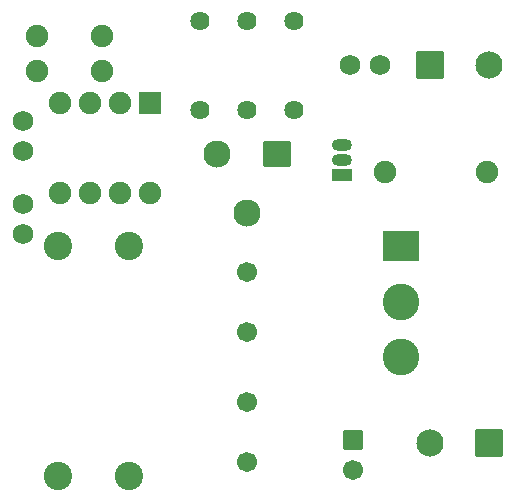
<source format=gts>
G04 Layer: TopSolderMaskLayer*
G04 EasyEDA Pro v2.2.35.2, 2025-01-10 12:29:17*
G04 Gerber Generator version 0.3*
G04 Scale: 100 percent, Rotated: No, Reflected: No*
G04 Dimensions in millimeters*
G04 Leading zeros omitted, absolute positions, 4 integers and 5 decimals*
%FSLAX45Y45*%
%MOMM*%
%AMRoundRect*1,1,$1,$2,$3*1,1,$1,$4,$5*1,1,$1,0-$2,0-$3*1,1,$1,0-$4,0-$5*20,1,$1,$2,$3,$4,$5,0*20,1,$1,$4,$5,0-$2,0-$3,0*20,1,$1,0-$2,0-$3,0-$4,0-$5,0*20,1,$1,0-$4,0-$5,$2,$3,0*4,1,4,$2,$3,$4,$5,0-$2,0-$3,0-$4,0-$5,$2,$3,0*%
%ADD10C,1.7016*%
%ADD11C,1.75003*%
%ADD12C,1.9016*%
%ADD13RoundRect,0.09588X0.80286X0.80286X0.80286X-0.80286*%
%ADD14C,1.7526*%
%ADD15O,1.7016X1.0016*%
%ADD16RoundRect,0.09224X-0.80468X-0.45468X-0.80468X0.45468*%
%ADD17C,2.4016*%
%ADD18RoundRect,0.09778X1.50191X1.25191X1.50191X-1.25191*%
%ADD19C,3.10159*%
%ADD20RoundRect,0.09502X0.9025X-0.9025X-0.9025X-0.9025*%
%ADD21C,1.90002*%
%ADD22RoundRect,0.0973X1.10215X-1.10215X-1.10215X-1.10215*%
%ADD23C,2.3016*%
%ADD24RoundRect,0.0973X-1.10215X1.10215X1.10215X1.10215*%
%ADD25RoundRect,0.09565X1.10217X-1.05217X-1.10217X-1.05217*%
%ADD26C,2.3*%
%ADD27C,1.6256*%
G75*


G04 Pad Start*
G54D10*
G01X2428600Y2498500D03*
G01X2428600Y1990500D03*
G01X2428600Y1398500D03*
G01X2428600Y890500D03*
G54D11*
G01X528600Y3517500D03*
G01X528600Y3771500D03*
G01X528600Y2817500D03*
G01X528600Y3071500D03*
G54D12*
G01X4463600Y3344500D03*
G01X3593600Y3344500D03*
G54D13*
G01X3328600Y1071500D03*
G54D10*
G01X3328600Y817500D03*
G54D14*
G01X3301600Y4244500D03*
G01X3555600Y4244500D03*
G54D15*
G01X3228600Y3571500D03*
G01X3228600Y3444500D03*
G54D16*
G01X3228600Y3317500D03*
G54D17*
G01X828600Y769496D03*
G01X828600Y2719504D03*
G01X1428600Y769496D03*
G01X1428600Y2719504D03*
G54D18*
G01X3728600Y2714502D03*
G54D19*
G01X3728600Y2244500D03*
G01X3728600Y1774498D03*
G54D12*
G01X653599Y4494500D03*
G01X1203601Y4494500D03*
G01X653599Y4194500D03*
G01X1203601Y4194500D03*
G54D20*
G01X1609600Y3925500D03*
G54D21*
G01X1355600Y3925500D03*
G01X1101600Y3925500D03*
G01X847600Y3925500D03*
G01X847600Y3163500D03*
G01X1101600Y3163500D03*
G01X1355600Y3163500D03*
G01X1609600Y3163500D03*
G54D22*
G01X4478599Y1044500D03*
G54D23*
G01X3978600Y1044500D03*
G54D24*
G01X3978600Y4244500D03*
G54D23*
G01X4478599Y4244500D03*
G54D25*
G01X2678599Y3494499D03*
G54D26*
G01X2178600Y3494499D03*
G01X2428600Y2994500D03*
G54D27*
G01X2028600Y4619506D03*
G01X2028600Y3869494D03*
G01X2428600Y3869494D03*
G01X2428600Y4619506D03*
G01X2828600Y3869494D03*
G01X2828600Y4619506D03*
G04 Pad End*

M02*


</source>
